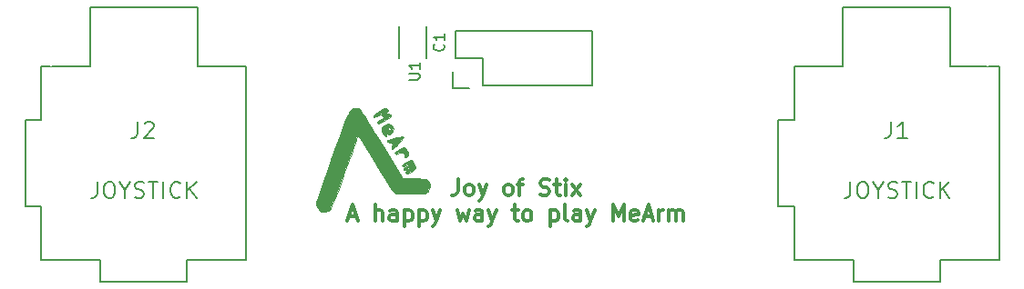
<source format=gto>
G04 #@! TF.FileFunction,Legend,Top*
%FSLAX46Y46*%
G04 Gerber Fmt 4.6, Leading zero omitted, Abs format (unit mm)*
G04 Created by KiCad (PCBNEW (2015-01-16 BZR 5376)-product) date 28/04/2015 16:45:27*
%MOMM*%
G01*
G04 APERTURE LIST*
%ADD10C,0.100000*%
%ADD11C,0.300000*%
%ADD12C,0.150000*%
%ADD13C,4.000000*%
%ADD14R,1.300000X1.300000*%
%ADD15C,1.300000*%
%ADD16O,1.800000X2.600000*%
%ADD17O,1.524000X2.000000*%
%ADD18O,2.000000X1.540000*%
%ADD19R,1.727200X1.727200*%
%ADD20O,1.727200X1.727200*%
G04 APERTURE END LIST*
D10*
D11*
X129227143Y-101483571D02*
X129227143Y-102555000D01*
X129155715Y-102769286D01*
X129012858Y-102912143D01*
X128798572Y-102983571D01*
X128655715Y-102983571D01*
X130155715Y-102983571D02*
X130012857Y-102912143D01*
X129941429Y-102840714D01*
X129870000Y-102697857D01*
X129870000Y-102269286D01*
X129941429Y-102126429D01*
X130012857Y-102055000D01*
X130155715Y-101983571D01*
X130370000Y-101983571D01*
X130512857Y-102055000D01*
X130584286Y-102126429D01*
X130655715Y-102269286D01*
X130655715Y-102697857D01*
X130584286Y-102840714D01*
X130512857Y-102912143D01*
X130370000Y-102983571D01*
X130155715Y-102983571D01*
X131155715Y-101983571D02*
X131512858Y-102983571D01*
X131870000Y-101983571D02*
X131512858Y-102983571D01*
X131370000Y-103340714D01*
X131298572Y-103412143D01*
X131155715Y-103483571D01*
X133798572Y-102983571D02*
X133655714Y-102912143D01*
X133584286Y-102840714D01*
X133512857Y-102697857D01*
X133512857Y-102269286D01*
X133584286Y-102126429D01*
X133655714Y-102055000D01*
X133798572Y-101983571D01*
X134012857Y-101983571D01*
X134155714Y-102055000D01*
X134227143Y-102126429D01*
X134298572Y-102269286D01*
X134298572Y-102697857D01*
X134227143Y-102840714D01*
X134155714Y-102912143D01*
X134012857Y-102983571D01*
X133798572Y-102983571D01*
X134727143Y-101983571D02*
X135298572Y-101983571D01*
X134941429Y-102983571D02*
X134941429Y-101697857D01*
X135012857Y-101555000D01*
X135155715Y-101483571D01*
X135298572Y-101483571D01*
X136870000Y-102912143D02*
X137084286Y-102983571D01*
X137441429Y-102983571D01*
X137584286Y-102912143D01*
X137655715Y-102840714D01*
X137727143Y-102697857D01*
X137727143Y-102555000D01*
X137655715Y-102412143D01*
X137584286Y-102340714D01*
X137441429Y-102269286D01*
X137155715Y-102197857D01*
X137012857Y-102126429D01*
X136941429Y-102055000D01*
X136870000Y-101912143D01*
X136870000Y-101769286D01*
X136941429Y-101626429D01*
X137012857Y-101555000D01*
X137155715Y-101483571D01*
X137512857Y-101483571D01*
X137727143Y-101555000D01*
X138155714Y-101983571D02*
X138727143Y-101983571D01*
X138370000Y-101483571D02*
X138370000Y-102769286D01*
X138441428Y-102912143D01*
X138584286Y-102983571D01*
X138727143Y-102983571D01*
X139227143Y-102983571D02*
X139227143Y-101983571D01*
X139227143Y-101483571D02*
X139155714Y-101555000D01*
X139227143Y-101626429D01*
X139298571Y-101555000D01*
X139227143Y-101483571D01*
X139227143Y-101626429D01*
X139798572Y-102983571D02*
X140584286Y-101983571D01*
X139798572Y-101983571D02*
X140584286Y-102983571D01*
X119048572Y-104955000D02*
X119762858Y-104955000D01*
X118905715Y-105383571D02*
X119405715Y-103883571D01*
X119905715Y-105383571D01*
X121548572Y-105383571D02*
X121548572Y-103883571D01*
X122191429Y-105383571D02*
X122191429Y-104597857D01*
X122120000Y-104455000D01*
X121977143Y-104383571D01*
X121762858Y-104383571D01*
X121620000Y-104455000D01*
X121548572Y-104526429D01*
X123548572Y-105383571D02*
X123548572Y-104597857D01*
X123477143Y-104455000D01*
X123334286Y-104383571D01*
X123048572Y-104383571D01*
X122905715Y-104455000D01*
X123548572Y-105312143D02*
X123405715Y-105383571D01*
X123048572Y-105383571D01*
X122905715Y-105312143D01*
X122834286Y-105169286D01*
X122834286Y-105026429D01*
X122905715Y-104883571D01*
X123048572Y-104812143D01*
X123405715Y-104812143D01*
X123548572Y-104740714D01*
X124262858Y-104383571D02*
X124262858Y-105883571D01*
X124262858Y-104455000D02*
X124405715Y-104383571D01*
X124691429Y-104383571D01*
X124834286Y-104455000D01*
X124905715Y-104526429D01*
X124977144Y-104669286D01*
X124977144Y-105097857D01*
X124905715Y-105240714D01*
X124834286Y-105312143D01*
X124691429Y-105383571D01*
X124405715Y-105383571D01*
X124262858Y-105312143D01*
X125620001Y-104383571D02*
X125620001Y-105883571D01*
X125620001Y-104455000D02*
X125762858Y-104383571D01*
X126048572Y-104383571D01*
X126191429Y-104455000D01*
X126262858Y-104526429D01*
X126334287Y-104669286D01*
X126334287Y-105097857D01*
X126262858Y-105240714D01*
X126191429Y-105312143D01*
X126048572Y-105383571D01*
X125762858Y-105383571D01*
X125620001Y-105312143D01*
X126834287Y-104383571D02*
X127191430Y-105383571D01*
X127548572Y-104383571D02*
X127191430Y-105383571D01*
X127048572Y-105740714D01*
X126977144Y-105812143D01*
X126834287Y-105883571D01*
X129120001Y-104383571D02*
X129405715Y-105383571D01*
X129691429Y-104669286D01*
X129977144Y-105383571D01*
X130262858Y-104383571D01*
X131477144Y-105383571D02*
X131477144Y-104597857D01*
X131405715Y-104455000D01*
X131262858Y-104383571D01*
X130977144Y-104383571D01*
X130834287Y-104455000D01*
X131477144Y-105312143D02*
X131334287Y-105383571D01*
X130977144Y-105383571D01*
X130834287Y-105312143D01*
X130762858Y-105169286D01*
X130762858Y-105026429D01*
X130834287Y-104883571D01*
X130977144Y-104812143D01*
X131334287Y-104812143D01*
X131477144Y-104740714D01*
X132048573Y-104383571D02*
X132405716Y-105383571D01*
X132762858Y-104383571D02*
X132405716Y-105383571D01*
X132262858Y-105740714D01*
X132191430Y-105812143D01*
X132048573Y-105883571D01*
X134262858Y-104383571D02*
X134834287Y-104383571D01*
X134477144Y-103883571D02*
X134477144Y-105169286D01*
X134548572Y-105312143D01*
X134691430Y-105383571D01*
X134834287Y-105383571D01*
X135548573Y-105383571D02*
X135405715Y-105312143D01*
X135334287Y-105240714D01*
X135262858Y-105097857D01*
X135262858Y-104669286D01*
X135334287Y-104526429D01*
X135405715Y-104455000D01*
X135548573Y-104383571D01*
X135762858Y-104383571D01*
X135905715Y-104455000D01*
X135977144Y-104526429D01*
X136048573Y-104669286D01*
X136048573Y-105097857D01*
X135977144Y-105240714D01*
X135905715Y-105312143D01*
X135762858Y-105383571D01*
X135548573Y-105383571D01*
X137834287Y-104383571D02*
X137834287Y-105883571D01*
X137834287Y-104455000D02*
X137977144Y-104383571D01*
X138262858Y-104383571D01*
X138405715Y-104455000D01*
X138477144Y-104526429D01*
X138548573Y-104669286D01*
X138548573Y-105097857D01*
X138477144Y-105240714D01*
X138405715Y-105312143D01*
X138262858Y-105383571D01*
X137977144Y-105383571D01*
X137834287Y-105312143D01*
X139405716Y-105383571D02*
X139262858Y-105312143D01*
X139191430Y-105169286D01*
X139191430Y-103883571D01*
X140620001Y-105383571D02*
X140620001Y-104597857D01*
X140548572Y-104455000D01*
X140405715Y-104383571D01*
X140120001Y-104383571D01*
X139977144Y-104455000D01*
X140620001Y-105312143D02*
X140477144Y-105383571D01*
X140120001Y-105383571D01*
X139977144Y-105312143D01*
X139905715Y-105169286D01*
X139905715Y-105026429D01*
X139977144Y-104883571D01*
X140120001Y-104812143D01*
X140477144Y-104812143D01*
X140620001Y-104740714D01*
X141191430Y-104383571D02*
X141548573Y-105383571D01*
X141905715Y-104383571D02*
X141548573Y-105383571D01*
X141405715Y-105740714D01*
X141334287Y-105812143D01*
X141191430Y-105883571D01*
X143620001Y-105383571D02*
X143620001Y-103883571D01*
X144120001Y-104955000D01*
X144620001Y-103883571D01*
X144620001Y-105383571D01*
X145905715Y-105312143D02*
X145762858Y-105383571D01*
X145477144Y-105383571D01*
X145334287Y-105312143D01*
X145262858Y-105169286D01*
X145262858Y-104597857D01*
X145334287Y-104455000D01*
X145477144Y-104383571D01*
X145762858Y-104383571D01*
X145905715Y-104455000D01*
X145977144Y-104597857D01*
X145977144Y-104740714D01*
X145262858Y-104883571D01*
X146548572Y-104955000D02*
X147262858Y-104955000D01*
X146405715Y-105383571D02*
X146905715Y-103883571D01*
X147405715Y-105383571D01*
X147905715Y-105383571D02*
X147905715Y-104383571D01*
X147905715Y-104669286D02*
X147977143Y-104526429D01*
X148048572Y-104455000D01*
X148191429Y-104383571D01*
X148334286Y-104383571D01*
X148834286Y-105383571D02*
X148834286Y-104383571D01*
X148834286Y-104526429D02*
X148905714Y-104455000D01*
X149048572Y-104383571D01*
X149262857Y-104383571D01*
X149405714Y-104455000D01*
X149477143Y-104597857D01*
X149477143Y-105383571D01*
X149477143Y-104597857D02*
X149548572Y-104455000D01*
X149691429Y-104383571D01*
X149905714Y-104383571D01*
X150048572Y-104455000D01*
X150120000Y-104597857D01*
X150120000Y-105383571D01*
D10*
G36*
X126608673Y-101952117D02*
X126603423Y-102250990D01*
X126486252Y-102529951D01*
X126411182Y-102619848D01*
X126329058Y-102696331D01*
X126241128Y-102751292D01*
X126119770Y-102788285D01*
X125937361Y-102810865D01*
X125666278Y-102822586D01*
X125278901Y-102827001D01*
X124796002Y-102827666D01*
X123388641Y-102827666D01*
X123161860Y-102594833D01*
X123064900Y-102467727D01*
X122893737Y-102213759D01*
X122660316Y-101851854D01*
X122376579Y-101400931D01*
X122054471Y-100879914D01*
X121705936Y-100307723D01*
X121453873Y-99888946D01*
X121102944Y-99305276D01*
X120778820Y-98770500D01*
X120491852Y-98301361D01*
X120252390Y-97914605D01*
X120070784Y-97626973D01*
X119957383Y-97455211D01*
X119923029Y-97412446D01*
X119885313Y-97488897D01*
X119797976Y-97708754D01*
X119667075Y-98055503D01*
X119498664Y-98512633D01*
X119298799Y-99063628D01*
X119073536Y-99691978D01*
X118828930Y-100381168D01*
X118695362Y-100760211D01*
X118394394Y-101608480D01*
X118121252Y-102362457D01*
X117880278Y-103010827D01*
X117675813Y-103542274D01*
X117512200Y-103945482D01*
X117393782Y-104209134D01*
X117330876Y-104316211D01*
X117098202Y-104464393D01*
X116797686Y-104522973D01*
X116505377Y-104484356D01*
X116366996Y-104412473D01*
X116170767Y-104183462D01*
X116051361Y-103895254D01*
X116035667Y-103765976D01*
X116063198Y-103654432D01*
X116142252Y-103399060D01*
X116267515Y-103015544D01*
X116433674Y-102519566D01*
X116635418Y-101926809D01*
X116867434Y-101252955D01*
X117124410Y-100513689D01*
X117401032Y-99724693D01*
X117493078Y-99463576D01*
X117836861Y-98491213D01*
X118130640Y-97666571D01*
X118380228Y-96977501D01*
X118591438Y-96411854D01*
X118770083Y-95957482D01*
X118921977Y-95602237D01*
X119052933Y-95333969D01*
X119168764Y-95140530D01*
X119275283Y-95009772D01*
X119378304Y-94929546D01*
X119483639Y-94887703D01*
X119597101Y-94872094D01*
X119690987Y-94870296D01*
X119924625Y-94893886D01*
X120094897Y-94948917D01*
X120096452Y-94949888D01*
X120165148Y-95036848D01*
X120311406Y-95253773D01*
X120525647Y-95585441D01*
X120798292Y-96016625D01*
X121119763Y-96532101D01*
X121480479Y-97116646D01*
X121870863Y-97755033D01*
X122133226Y-98187091D01*
X124046213Y-101346000D01*
X125099773Y-101390834D01*
X125517360Y-101413616D01*
X125882553Y-101442814D01*
X126156830Y-101474725D01*
X126301669Y-101505642D01*
X126303852Y-101506628D01*
X126507113Y-101686331D01*
X126608673Y-101952117D01*
X126608673Y-101952117D01*
X126608673Y-101952117D01*
G37*
X126608673Y-101952117D02*
X126603423Y-102250990D01*
X126486252Y-102529951D01*
X126411182Y-102619848D01*
X126329058Y-102696331D01*
X126241128Y-102751292D01*
X126119770Y-102788285D01*
X125937361Y-102810865D01*
X125666278Y-102822586D01*
X125278901Y-102827001D01*
X124796002Y-102827666D01*
X123388641Y-102827666D01*
X123161860Y-102594833D01*
X123064900Y-102467727D01*
X122893737Y-102213759D01*
X122660316Y-101851854D01*
X122376579Y-101400931D01*
X122054471Y-100879914D01*
X121705936Y-100307723D01*
X121453873Y-99888946D01*
X121102944Y-99305276D01*
X120778820Y-98770500D01*
X120491852Y-98301361D01*
X120252390Y-97914605D01*
X120070784Y-97626973D01*
X119957383Y-97455211D01*
X119923029Y-97412446D01*
X119885313Y-97488897D01*
X119797976Y-97708754D01*
X119667075Y-98055503D01*
X119498664Y-98512633D01*
X119298799Y-99063628D01*
X119073536Y-99691978D01*
X118828930Y-100381168D01*
X118695362Y-100760211D01*
X118394394Y-101608480D01*
X118121252Y-102362457D01*
X117880278Y-103010827D01*
X117675813Y-103542274D01*
X117512200Y-103945482D01*
X117393782Y-104209134D01*
X117330876Y-104316211D01*
X117098202Y-104464393D01*
X116797686Y-104522973D01*
X116505377Y-104484356D01*
X116366996Y-104412473D01*
X116170767Y-104183462D01*
X116051361Y-103895254D01*
X116035667Y-103765976D01*
X116063198Y-103654432D01*
X116142252Y-103399060D01*
X116267515Y-103015544D01*
X116433674Y-102519566D01*
X116635418Y-101926809D01*
X116867434Y-101252955D01*
X117124410Y-100513689D01*
X117401032Y-99724693D01*
X117493078Y-99463576D01*
X117836861Y-98491213D01*
X118130640Y-97666571D01*
X118380228Y-96977501D01*
X118591438Y-96411854D01*
X118770083Y-95957482D01*
X118921977Y-95602237D01*
X119052933Y-95333969D01*
X119168764Y-95140530D01*
X119275283Y-95009772D01*
X119378304Y-94929546D01*
X119483639Y-94887703D01*
X119597101Y-94872094D01*
X119690987Y-94870296D01*
X119924625Y-94893886D01*
X120094897Y-94948917D01*
X120096452Y-94949888D01*
X120165148Y-95036848D01*
X120311406Y-95253773D01*
X120525647Y-95585441D01*
X120798292Y-96016625D01*
X121119763Y-96532101D01*
X121480479Y-97116646D01*
X121870863Y-97755033D01*
X122133226Y-98187091D01*
X124046213Y-101346000D01*
X125099773Y-101390834D01*
X125517360Y-101413616D01*
X125882553Y-101442814D01*
X126156830Y-101474725D01*
X126301669Y-101505642D01*
X126303852Y-101506628D01*
X126507113Y-101686331D01*
X126608673Y-101952117D01*
X126608673Y-101952117D01*
G36*
X125264333Y-100426612D02*
X125196227Y-100535630D01*
X125027346Y-100679552D01*
X124810849Y-100822721D01*
X124599892Y-100929482D01*
X124461682Y-100965000D01*
X124348145Y-100907811D01*
X124333000Y-100857253D01*
X124401233Y-100751971D01*
X124570944Y-100623510D01*
X124629839Y-100589648D01*
X124807127Y-100481476D01*
X124890027Y-100405098D01*
X124889314Y-100392425D01*
X124801744Y-100407733D01*
X124658303Y-100490697D01*
X124459980Y-100593116D01*
X124314161Y-100626333D01*
X124181692Y-100586803D01*
X124180463Y-100488291D01*
X124297714Y-100360909D01*
X124470482Y-100257385D01*
X124650904Y-100156094D01*
X124732451Y-100079025D01*
X124729957Y-100063735D01*
X124635051Y-100071857D01*
X124488970Y-100152030D01*
X124276595Y-100259294D01*
X124098082Y-100280452D01*
X124000677Y-100213298D01*
X123994333Y-100175139D01*
X124065953Y-100078674D01*
X124244236Y-99958102D01*
X124474316Y-99840131D01*
X124701328Y-99751469D01*
X124870405Y-99718823D01*
X124911583Y-99728629D01*
X125016092Y-99849397D01*
X125134675Y-100057172D01*
X125229799Y-100277684D01*
X125264333Y-100426612D01*
X125264333Y-100426612D01*
X125264333Y-100426612D01*
G37*
X125264333Y-100426612D02*
X125196227Y-100535630D01*
X125027346Y-100679552D01*
X124810849Y-100822721D01*
X124599892Y-100929482D01*
X124461682Y-100965000D01*
X124348145Y-100907811D01*
X124333000Y-100857253D01*
X124401233Y-100751971D01*
X124570944Y-100623510D01*
X124629839Y-100589648D01*
X124807127Y-100481476D01*
X124890027Y-100405098D01*
X124889314Y-100392425D01*
X124801744Y-100407733D01*
X124658303Y-100490697D01*
X124459980Y-100593116D01*
X124314161Y-100626333D01*
X124181692Y-100586803D01*
X124180463Y-100488291D01*
X124297714Y-100360909D01*
X124470482Y-100257385D01*
X124650904Y-100156094D01*
X124732451Y-100079025D01*
X124729957Y-100063735D01*
X124635051Y-100071857D01*
X124488970Y-100152030D01*
X124276595Y-100259294D01*
X124098082Y-100280452D01*
X124000677Y-100213298D01*
X123994333Y-100175139D01*
X124065953Y-100078674D01*
X124244236Y-99958102D01*
X124474316Y-99840131D01*
X124701328Y-99751469D01*
X124870405Y-99718823D01*
X124911583Y-99728629D01*
X125016092Y-99849397D01*
X125134675Y-100057172D01*
X125229799Y-100277684D01*
X125264333Y-100426612D01*
X125264333Y-100426612D01*
G36*
X124562515Y-99212581D02*
X124481257Y-99374647D01*
X124384392Y-99427649D01*
X124269703Y-99419484D01*
X124265078Y-99303116D01*
X124271900Y-99275357D01*
X124254595Y-99095739D01*
X124122862Y-98989613D01*
X123922115Y-98974578D01*
X123712200Y-99058481D01*
X123509608Y-99145227D01*
X123364159Y-99123756D01*
X123317000Y-99019908D01*
X123385748Y-98939936D01*
X123557648Y-98820256D01*
X123781179Y-98690087D01*
X124004823Y-98578648D01*
X124177060Y-98515158D01*
X124216664Y-98509666D01*
X124321935Y-98576799D01*
X124333000Y-98626299D01*
X124392767Y-98773583D01*
X124464280Y-98851885D01*
X124560159Y-99014523D01*
X124562515Y-99212581D01*
X124562515Y-99212581D01*
X124562515Y-99212581D01*
G37*
X124562515Y-99212581D02*
X124481257Y-99374647D01*
X124384392Y-99427649D01*
X124269703Y-99419484D01*
X124265078Y-99303116D01*
X124271900Y-99275357D01*
X124254595Y-99095739D01*
X124122862Y-98989613D01*
X123922115Y-98974578D01*
X123712200Y-99058481D01*
X123509608Y-99145227D01*
X123364159Y-99123756D01*
X123317000Y-99019908D01*
X123385748Y-98939936D01*
X123557648Y-98820256D01*
X123781179Y-98690087D01*
X124004823Y-98578648D01*
X124177060Y-98515158D01*
X124216664Y-98509666D01*
X124321935Y-98576799D01*
X124333000Y-98626299D01*
X124392767Y-98773583D01*
X124464280Y-98851885D01*
X124560159Y-99014523D01*
X124562515Y-99212581D01*
X124562515Y-99212581D01*
G36*
X124170030Y-97543888D02*
X124113419Y-97688655D01*
X123936466Y-97918534D01*
X123674378Y-98194817D01*
X123471357Y-98393187D01*
X123471357Y-97970688D01*
X123458111Y-97945222D01*
X123357631Y-97935089D01*
X123345222Y-97945222D01*
X123356844Y-97995556D01*
X123401667Y-98001666D01*
X123471357Y-97970688D01*
X123471357Y-98393187D01*
X123417036Y-98446264D01*
X123250893Y-98595332D01*
X123148580Y-98660540D01*
X123082729Y-98660403D01*
X123037757Y-98625534D01*
X123028593Y-98517555D01*
X123065675Y-98420001D01*
X123113739Y-98226833D01*
X123059626Y-98081930D01*
X122927282Y-98036645D01*
X122890765Y-98044920D01*
X122748840Y-98039321D01*
X122654394Y-97962399D01*
X122665443Y-97863297D01*
X122670282Y-97858161D01*
X122765167Y-97821159D01*
X122977156Y-97758942D01*
X123258210Y-97683734D01*
X123560291Y-97607757D01*
X123835359Y-97543236D01*
X124035377Y-97502393D01*
X124100167Y-97494327D01*
X124170030Y-97543888D01*
X124170030Y-97543888D01*
X124170030Y-97543888D01*
G37*
X124170030Y-97543888D02*
X124113419Y-97688655D01*
X123936466Y-97918534D01*
X123674378Y-98194817D01*
X123471357Y-98393187D01*
X123471357Y-97970688D01*
X123458111Y-97945222D01*
X123357631Y-97935089D01*
X123345222Y-97945222D01*
X123356844Y-97995556D01*
X123401667Y-98001666D01*
X123471357Y-97970688D01*
X123471357Y-98393187D01*
X123417036Y-98446264D01*
X123250893Y-98595332D01*
X123148580Y-98660540D01*
X123082729Y-98660403D01*
X123037757Y-98625534D01*
X123028593Y-98517555D01*
X123065675Y-98420001D01*
X123113739Y-98226833D01*
X123059626Y-98081930D01*
X122927282Y-98036645D01*
X122890765Y-98044920D01*
X122748840Y-98039321D01*
X122654394Y-97962399D01*
X122665443Y-97863297D01*
X122670282Y-97858161D01*
X122765167Y-97821159D01*
X122977156Y-97758942D01*
X123258210Y-97683734D01*
X123560291Y-97607757D01*
X123835359Y-97543236D01*
X124035377Y-97502393D01*
X124100167Y-97494327D01*
X124170030Y-97543888D01*
X124170030Y-97543888D01*
G36*
X123219522Y-96772442D02*
X123189410Y-97022469D01*
X123044161Y-97192532D01*
X122948015Y-97251668D01*
X122948015Y-96777315D01*
X122896645Y-96692921D01*
X122761205Y-96573044D01*
X122696966Y-96596395D01*
X122729103Y-96749505D01*
X122740785Y-96776296D01*
X122840431Y-96918636D01*
X122921648Y-96906884D01*
X122948015Y-96777315D01*
X122948015Y-97251668D01*
X122875049Y-97296548D01*
X122761348Y-97296261D01*
X122648091Y-97175234D01*
X122564741Y-97049166D01*
X122454588Y-96896745D01*
X122392226Y-96848344D01*
X122387093Y-96860994D01*
X122430777Y-96990052D01*
X122517571Y-97136309D01*
X122597675Y-97321720D01*
X122568920Y-97455881D01*
X122475074Y-97493666D01*
X122383314Y-97430127D01*
X122268404Y-97284978D01*
X122138644Y-96980312D01*
X122149938Y-96704595D01*
X122297809Y-96491389D01*
X122381462Y-96437507D01*
X122697902Y-96322392D01*
X122937965Y-96350331D01*
X123100532Y-96496505D01*
X123219522Y-96772442D01*
X123219522Y-96772442D01*
X123219522Y-96772442D01*
G37*
X123219522Y-96772442D02*
X123189410Y-97022469D01*
X123044161Y-97192532D01*
X122948015Y-97251668D01*
X122948015Y-96777315D01*
X122896645Y-96692921D01*
X122761205Y-96573044D01*
X122696966Y-96596395D01*
X122729103Y-96749505D01*
X122740785Y-96776296D01*
X122840431Y-96918636D01*
X122921648Y-96906884D01*
X122948015Y-96777315D01*
X122948015Y-97251668D01*
X122875049Y-97296548D01*
X122761348Y-97296261D01*
X122648091Y-97175234D01*
X122564741Y-97049166D01*
X122454588Y-96896745D01*
X122392226Y-96848344D01*
X122387093Y-96860994D01*
X122430777Y-96990052D01*
X122517571Y-97136309D01*
X122597675Y-97321720D01*
X122568920Y-97455881D01*
X122475074Y-97493666D01*
X122383314Y-97430127D01*
X122268404Y-97284978D01*
X122138644Y-96980312D01*
X122149938Y-96704595D01*
X122297809Y-96491389D01*
X122381462Y-96437507D01*
X122697902Y-96322392D01*
X122937965Y-96350331D01*
X123100532Y-96496505D01*
X123219522Y-96772442D01*
X123219522Y-96772442D01*
G36*
X123011947Y-95552265D02*
X122933426Y-95698194D01*
X122869778Y-95745288D01*
X122508589Y-95958949D01*
X122189013Y-96135417D01*
X121943795Y-96257472D01*
X121805680Y-96307893D01*
X121799090Y-96308333D01*
X121718307Y-96239978D01*
X121708333Y-96183054D01*
X121777940Y-96073135D01*
X121954233Y-95938311D01*
X122062031Y-95877331D01*
X122267687Y-95763351D01*
X122338309Y-95689683D01*
X122294574Y-95630095D01*
X122269003Y-95614776D01*
X122172197Y-95522819D01*
X122222005Y-95412498D01*
X122285573Y-95320985D01*
X122253249Y-95304996D01*
X122108772Y-95368857D01*
X121841589Y-95513702D01*
X121564299Y-95650500D01*
X121410168Y-95679418D01*
X121371885Y-95600517D01*
X121395105Y-95517496D01*
X121489908Y-95419302D01*
X121689241Y-95279349D01*
X121943559Y-95126131D01*
X122203320Y-94988141D01*
X122418979Y-94893872D01*
X122522705Y-94869000D01*
X122662476Y-94929763D01*
X122685711Y-95086442D01*
X122640603Y-95205916D01*
X122594505Y-95332912D01*
X122673691Y-95374360D01*
X122754629Y-95376999D01*
X122947266Y-95428944D01*
X123011947Y-95552265D01*
X123011947Y-95552265D01*
X123011947Y-95552265D01*
G37*
X123011947Y-95552265D02*
X122933426Y-95698194D01*
X122869778Y-95745288D01*
X122508589Y-95958949D01*
X122189013Y-96135417D01*
X121943795Y-96257472D01*
X121805680Y-96307893D01*
X121799090Y-96308333D01*
X121718307Y-96239978D01*
X121708333Y-96183054D01*
X121777940Y-96073135D01*
X121954233Y-95938311D01*
X122062031Y-95877331D01*
X122267687Y-95763351D01*
X122338309Y-95689683D01*
X122294574Y-95630095D01*
X122269003Y-95614776D01*
X122172197Y-95522819D01*
X122222005Y-95412498D01*
X122285573Y-95320985D01*
X122253249Y-95304996D01*
X122108772Y-95368857D01*
X121841589Y-95513702D01*
X121564299Y-95650500D01*
X121410168Y-95679418D01*
X121371885Y-95600517D01*
X121395105Y-95517496D01*
X121489908Y-95419302D01*
X121689241Y-95279349D01*
X121943559Y-95126131D01*
X122203320Y-94988141D01*
X122418979Y-94893872D01*
X122522705Y-94869000D01*
X122662476Y-94929763D01*
X122685711Y-95086442D01*
X122640603Y-95205916D01*
X122594505Y-95332912D01*
X122673691Y-95374360D01*
X122754629Y-95376999D01*
X122947266Y-95428944D01*
X123011947Y-95552265D01*
X123011947Y-95552265D01*
D12*
X126250000Y-87250000D02*
X126250000Y-90250000D01*
X123750000Y-90250000D02*
X123750000Y-87250000D01*
X159000000Y-104000000D02*
X160500000Y-104000000D01*
X160500000Y-104000000D02*
X160500000Y-108500000D01*
X160500000Y-108500000D02*
X160500000Y-109000000D01*
X160500000Y-109000000D02*
X166000000Y-109000000D01*
X166000000Y-109000000D02*
X166000000Y-111000000D01*
X166000000Y-111000000D02*
X174000000Y-111000000D01*
X174000000Y-111000000D02*
X174000000Y-109000000D01*
X174000000Y-109000000D02*
X179500000Y-109000000D01*
X179500000Y-109000000D02*
X179500000Y-91500000D01*
X179500000Y-91500000D02*
X179500000Y-91000000D01*
X179500000Y-91000000D02*
X175000000Y-91000000D01*
X175000000Y-91000000D02*
X175000000Y-85500000D01*
X175000000Y-85500000D02*
X165000000Y-85500000D01*
X165000000Y-85500000D02*
X165000000Y-91000000D01*
X165000000Y-91000000D02*
X160500000Y-91000000D01*
X160500000Y-91000000D02*
X160500000Y-96000000D01*
X160500000Y-96000000D02*
X159000000Y-96000000D01*
X159000000Y-96000000D02*
X159000000Y-104000000D01*
X89000000Y-104000000D02*
X90500000Y-104000000D01*
X90500000Y-104000000D02*
X90500000Y-108500000D01*
X90500000Y-108500000D02*
X90500000Y-109000000D01*
X90500000Y-109000000D02*
X96000000Y-109000000D01*
X96000000Y-109000000D02*
X96000000Y-111000000D01*
X96000000Y-111000000D02*
X104000000Y-111000000D01*
X104000000Y-111000000D02*
X104000000Y-109000000D01*
X104000000Y-109000000D02*
X109500000Y-109000000D01*
X109500000Y-109000000D02*
X109500000Y-91500000D01*
X109500000Y-91500000D02*
X109500000Y-91000000D01*
X109500000Y-91000000D02*
X105000000Y-91000000D01*
X105000000Y-91000000D02*
X105000000Y-85500000D01*
X105000000Y-85500000D02*
X95000000Y-85500000D01*
X95000000Y-85500000D02*
X95000000Y-91000000D01*
X95000000Y-91000000D02*
X90500000Y-91000000D01*
X90500000Y-91000000D02*
X90500000Y-96000000D01*
X90500000Y-96000000D02*
X89000000Y-96000000D01*
X89000000Y-96000000D02*
X89000000Y-104000000D01*
X129032000Y-87630000D02*
X141732000Y-87630000D01*
X141732000Y-87630000D02*
X141732000Y-92710000D01*
X141732000Y-92710000D02*
X131572000Y-92710000D01*
X129032000Y-87630000D02*
X129032000Y-90170000D01*
X128752000Y-91440000D02*
X128752000Y-92990000D01*
X129032000Y-90170000D02*
X131572000Y-90170000D01*
X131572000Y-90170000D02*
X131572000Y-92710000D01*
X128752000Y-92990000D02*
X130302000Y-92990000D01*
X127857143Y-88916666D02*
X127904762Y-88964285D01*
X127952381Y-89107142D01*
X127952381Y-89202380D01*
X127904762Y-89345238D01*
X127809524Y-89440476D01*
X127714286Y-89488095D01*
X127523810Y-89535714D01*
X127380952Y-89535714D01*
X127190476Y-89488095D01*
X127095238Y-89440476D01*
X127000000Y-89345238D01*
X126952381Y-89202380D01*
X126952381Y-89107142D01*
X127000000Y-88964285D01*
X127047619Y-88916666D01*
X127952381Y-87964285D02*
X127952381Y-88535714D01*
X127952381Y-88250000D02*
X126952381Y-88250000D01*
X127095238Y-88345238D01*
X127190476Y-88440476D01*
X127238095Y-88535714D01*
X169450000Y-96128571D02*
X169450000Y-97200000D01*
X169378572Y-97414286D01*
X169235715Y-97557143D01*
X169021429Y-97628571D01*
X168878572Y-97628571D01*
X170950000Y-97628571D02*
X170092857Y-97628571D01*
X170521429Y-97628571D02*
X170521429Y-96128571D01*
X170378572Y-96342857D01*
X170235714Y-96485714D01*
X170092857Y-96557143D01*
X165692857Y-101728571D02*
X165692857Y-102800000D01*
X165621429Y-103014286D01*
X165478572Y-103157143D01*
X165264286Y-103228571D01*
X165121429Y-103228571D01*
X166692857Y-101728571D02*
X166978571Y-101728571D01*
X167121429Y-101800000D01*
X167264286Y-101942857D01*
X167335714Y-102228571D01*
X167335714Y-102728571D01*
X167264286Y-103014286D01*
X167121429Y-103157143D01*
X166978571Y-103228571D01*
X166692857Y-103228571D01*
X166550000Y-103157143D01*
X166407143Y-103014286D01*
X166335714Y-102728571D01*
X166335714Y-102228571D01*
X166407143Y-101942857D01*
X166550000Y-101800000D01*
X166692857Y-101728571D01*
X168264286Y-102514286D02*
X168264286Y-103228571D01*
X167764286Y-101728571D02*
X168264286Y-102514286D01*
X168764286Y-101728571D01*
X169192857Y-103157143D02*
X169407143Y-103228571D01*
X169764286Y-103228571D01*
X169907143Y-103157143D01*
X169978572Y-103085714D01*
X170050000Y-102942857D01*
X170050000Y-102800000D01*
X169978572Y-102657143D01*
X169907143Y-102585714D01*
X169764286Y-102514286D01*
X169478572Y-102442857D01*
X169335714Y-102371429D01*
X169264286Y-102300000D01*
X169192857Y-102157143D01*
X169192857Y-102014286D01*
X169264286Y-101871429D01*
X169335714Y-101800000D01*
X169478572Y-101728571D01*
X169835714Y-101728571D01*
X170050000Y-101800000D01*
X170478571Y-101728571D02*
X171335714Y-101728571D01*
X170907143Y-103228571D02*
X170907143Y-101728571D01*
X171835714Y-103228571D02*
X171835714Y-101728571D01*
X173407143Y-103085714D02*
X173335714Y-103157143D01*
X173121428Y-103228571D01*
X172978571Y-103228571D01*
X172764286Y-103157143D01*
X172621428Y-103014286D01*
X172550000Y-102871429D01*
X172478571Y-102585714D01*
X172478571Y-102371429D01*
X172550000Y-102085714D01*
X172621428Y-101942857D01*
X172764286Y-101800000D01*
X172978571Y-101728571D01*
X173121428Y-101728571D01*
X173335714Y-101800000D01*
X173407143Y-101871429D01*
X174050000Y-103228571D02*
X174050000Y-101728571D01*
X174907143Y-103228571D02*
X174264286Y-102371429D01*
X174907143Y-101728571D02*
X174050000Y-102585714D01*
X99450000Y-96128571D02*
X99450000Y-97200000D01*
X99378572Y-97414286D01*
X99235715Y-97557143D01*
X99021429Y-97628571D01*
X98878572Y-97628571D01*
X100092857Y-96271429D02*
X100164286Y-96200000D01*
X100307143Y-96128571D01*
X100664286Y-96128571D01*
X100807143Y-96200000D01*
X100878572Y-96271429D01*
X100950000Y-96414286D01*
X100950000Y-96557143D01*
X100878572Y-96771429D01*
X100021429Y-97628571D01*
X100950000Y-97628571D01*
X95692857Y-101728571D02*
X95692857Y-102800000D01*
X95621429Y-103014286D01*
X95478572Y-103157143D01*
X95264286Y-103228571D01*
X95121429Y-103228571D01*
X96692857Y-101728571D02*
X96978571Y-101728571D01*
X97121429Y-101800000D01*
X97264286Y-101942857D01*
X97335714Y-102228571D01*
X97335714Y-102728571D01*
X97264286Y-103014286D01*
X97121429Y-103157143D01*
X96978571Y-103228571D01*
X96692857Y-103228571D01*
X96550000Y-103157143D01*
X96407143Y-103014286D01*
X96335714Y-102728571D01*
X96335714Y-102228571D01*
X96407143Y-101942857D01*
X96550000Y-101800000D01*
X96692857Y-101728571D01*
X98264286Y-102514286D02*
X98264286Y-103228571D01*
X97764286Y-101728571D02*
X98264286Y-102514286D01*
X98764286Y-101728571D01*
X99192857Y-103157143D02*
X99407143Y-103228571D01*
X99764286Y-103228571D01*
X99907143Y-103157143D01*
X99978572Y-103085714D01*
X100050000Y-102942857D01*
X100050000Y-102800000D01*
X99978572Y-102657143D01*
X99907143Y-102585714D01*
X99764286Y-102514286D01*
X99478572Y-102442857D01*
X99335714Y-102371429D01*
X99264286Y-102300000D01*
X99192857Y-102157143D01*
X99192857Y-102014286D01*
X99264286Y-101871429D01*
X99335714Y-101800000D01*
X99478572Y-101728571D01*
X99835714Y-101728571D01*
X100050000Y-101800000D01*
X100478571Y-101728571D02*
X101335714Y-101728571D01*
X100907143Y-103228571D02*
X100907143Y-101728571D01*
X101835714Y-103228571D02*
X101835714Y-101728571D01*
X103407143Y-103085714D02*
X103335714Y-103157143D01*
X103121428Y-103228571D01*
X102978571Y-103228571D01*
X102764286Y-103157143D01*
X102621428Y-103014286D01*
X102550000Y-102871429D01*
X102478571Y-102585714D01*
X102478571Y-102371429D01*
X102550000Y-102085714D01*
X102621428Y-101942857D01*
X102764286Y-101800000D01*
X102978571Y-101728571D01*
X103121428Y-101728571D01*
X103335714Y-101800000D01*
X103407143Y-101871429D01*
X104050000Y-103228571D02*
X104050000Y-101728571D01*
X104907143Y-103228571D02*
X104264286Y-102371429D01*
X104907143Y-101728571D02*
X104050000Y-102585714D01*
X124654381Y-92201905D02*
X125463905Y-92201905D01*
X125559143Y-92154286D01*
X125606762Y-92106667D01*
X125654381Y-92011429D01*
X125654381Y-91820952D01*
X125606762Y-91725714D01*
X125559143Y-91678095D01*
X125463905Y-91630476D01*
X124654381Y-91630476D01*
X125654381Y-90630476D02*
X125654381Y-91201905D01*
X125654381Y-90916191D02*
X124654381Y-90916191D01*
X124797238Y-91011429D01*
X124892476Y-91106667D01*
X124940095Y-91201905D01*
%LPC*%
D13*
X91440000Y-88900000D03*
X157480000Y-109220000D03*
X178435000Y-88900000D03*
X112395000Y-109220000D03*
D14*
X125000000Y-87500000D03*
D15*
X125000000Y-90000000D03*
D16*
X162350000Y-93350000D03*
X177650000Y-93350000D03*
X177650000Y-106650000D03*
X162350000Y-106650000D03*
D17*
X160350000Y-100000000D03*
X160350000Y-97500000D03*
X160350000Y-102500000D03*
D18*
X170000000Y-109750000D03*
X167500000Y-109750000D03*
X172500000Y-109750000D03*
D17*
X166750000Y-91750000D03*
X173250000Y-91750000D03*
X173250000Y-87250000D03*
X166750000Y-87250000D03*
D16*
X92350000Y-93350000D03*
X107650000Y-93350000D03*
X107650000Y-106650000D03*
X92350000Y-106650000D03*
D17*
X90350000Y-100000000D03*
X90350000Y-97500000D03*
X90350000Y-102500000D03*
D18*
X100000000Y-109750000D03*
X97500000Y-109750000D03*
X102500000Y-109750000D03*
D17*
X96750000Y-91750000D03*
X103250000Y-91750000D03*
X103250000Y-87250000D03*
X96750000Y-87250000D03*
D19*
X130302000Y-91440000D03*
D20*
X130302000Y-88900000D03*
X132842000Y-91440000D03*
X132842000Y-88900000D03*
X135382000Y-91440000D03*
X135382000Y-88900000D03*
X137922000Y-91440000D03*
X137922000Y-88900000D03*
X140462000Y-91440000D03*
X140462000Y-88900000D03*
M02*

</source>
